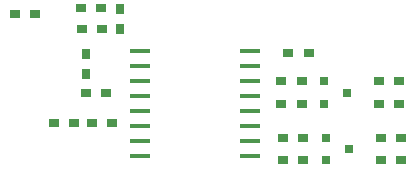
<source format=gbr>
G04 DipTrace Beta 2.9.0.1*
G04 TopPaste.gbr*
%MOIN*%
G04 #@! TF.FileFunction,Paste,Top*
G04 #@! TF.Part,Single*
%ADD31R,0.07074X0.015622*%
%ADD37R,0.03137X0.025465*%
%ADD39R,0.03137X0.035307*%
%ADD41R,0.035307X0.03137*%
%FSLAX26Y26*%
G04*
G70*
G90*
G75*
G01*
G04 TopPaste*
%LPD*%
D41*
X1900408Y500261D3*
X1833479D3*
X1894157Y687781D3*
X1827228D3*
X1525369Y856549D3*
X1592298D3*
X681530Y987812D3*
X614601D3*
D39*
X962810Y937807D3*
Y1004736D3*
D37*
X1650382Y575269D3*
Y500466D3*
X1728434Y537867D3*
X1644131Y762789D3*
Y687986D3*
X1722184Y725387D3*
D41*
X744037Y625274D3*
X810966D3*
X850298Y725285D3*
X917227D3*
X900303Y1006564D3*
X833374D3*
X837797Y937807D3*
X904726D3*
X869050Y625274D3*
X935979D3*
X1569123Y687781D3*
X1502194D3*
X1900408Y575269D3*
X1833479D3*
X1894157Y762789D3*
X1827228D3*
X1569123D3*
X1502194D3*
X1575374Y575269D3*
X1508445D3*
X1575374Y500261D3*
X1508445D3*
D39*
X850298Y787791D3*
Y854720D3*
D31*
X1031567Y862799D3*
Y812799D3*
Y762799D3*
Y712799D3*
Y662799D3*
Y612799D3*
Y562799D3*
Y512799D3*
X1397709D3*
Y562799D3*
Y612799D3*
Y662799D3*
Y712799D3*
Y762799D3*
Y812799D3*
Y862799D3*
M02*

</source>
